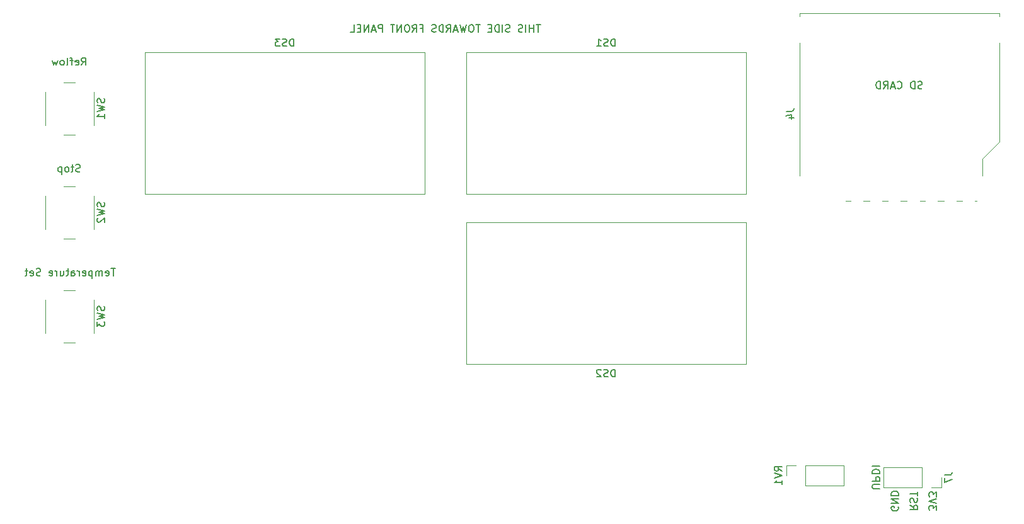
<source format=gbr>
%TF.GenerationSoftware,KiCad,Pcbnew,(5.1.9)-1*%
%TF.CreationDate,2021-09-19T13:18:54-04:00*%
%TF.ProjectId,Control Board,436f6e74-726f-46c2-9042-6f6172642e6b,rev?*%
%TF.SameCoordinates,Original*%
%TF.FileFunction,Legend,Bot*%
%TF.FilePolarity,Positive*%
%FSLAX46Y46*%
G04 Gerber Fmt 4.6, Leading zero omitted, Abs format (unit mm)*
G04 Created by KiCad (PCBNEW (5.1.9)-1) date 2021-09-19 13:18:54*
%MOMM*%
%LPD*%
G01*
G04 APERTURE LIST*
%ADD10C,0.150000*%
%ADD11C,0.120000*%
G04 APERTURE END LIST*
D10*
X81382428Y-80478380D02*
X80811000Y-80478380D01*
X81096714Y-81478380D02*
X81096714Y-80478380D01*
X80096714Y-81430761D02*
X80191952Y-81478380D01*
X80382428Y-81478380D01*
X80477666Y-81430761D01*
X80525285Y-81335523D01*
X80525285Y-80954571D01*
X80477666Y-80859333D01*
X80382428Y-80811714D01*
X80191952Y-80811714D01*
X80096714Y-80859333D01*
X80049095Y-80954571D01*
X80049095Y-81049809D01*
X80525285Y-81145047D01*
X79620523Y-81478380D02*
X79620523Y-80811714D01*
X79620523Y-80906952D02*
X79572904Y-80859333D01*
X79477666Y-80811714D01*
X79334809Y-80811714D01*
X79239571Y-80859333D01*
X79191952Y-80954571D01*
X79191952Y-81478380D01*
X79191952Y-80954571D02*
X79144333Y-80859333D01*
X79049095Y-80811714D01*
X78906238Y-80811714D01*
X78811000Y-80859333D01*
X78763380Y-80954571D01*
X78763380Y-81478380D01*
X78287190Y-80811714D02*
X78287190Y-81811714D01*
X78287190Y-80859333D02*
X78191952Y-80811714D01*
X78001476Y-80811714D01*
X77906238Y-80859333D01*
X77858619Y-80906952D01*
X77811000Y-81002190D01*
X77811000Y-81287904D01*
X77858619Y-81383142D01*
X77906238Y-81430761D01*
X78001476Y-81478380D01*
X78191952Y-81478380D01*
X78287190Y-81430761D01*
X77001476Y-81430761D02*
X77096714Y-81478380D01*
X77287190Y-81478380D01*
X77382428Y-81430761D01*
X77430047Y-81335523D01*
X77430047Y-80954571D01*
X77382428Y-80859333D01*
X77287190Y-80811714D01*
X77096714Y-80811714D01*
X77001476Y-80859333D01*
X76953857Y-80954571D01*
X76953857Y-81049809D01*
X77430047Y-81145047D01*
X76525285Y-81478380D02*
X76525285Y-80811714D01*
X76525285Y-81002190D02*
X76477666Y-80906952D01*
X76430047Y-80859333D01*
X76334809Y-80811714D01*
X76239571Y-80811714D01*
X75477666Y-81478380D02*
X75477666Y-80954571D01*
X75525285Y-80859333D01*
X75620523Y-80811714D01*
X75811000Y-80811714D01*
X75906238Y-80859333D01*
X75477666Y-81430761D02*
X75572904Y-81478380D01*
X75811000Y-81478380D01*
X75906238Y-81430761D01*
X75953857Y-81335523D01*
X75953857Y-81240285D01*
X75906238Y-81145047D01*
X75811000Y-81097428D01*
X75572904Y-81097428D01*
X75477666Y-81049809D01*
X75144333Y-80811714D02*
X74763380Y-80811714D01*
X75001476Y-80478380D02*
X75001476Y-81335523D01*
X74953857Y-81430761D01*
X74858619Y-81478380D01*
X74763380Y-81478380D01*
X74001476Y-80811714D02*
X74001476Y-81478380D01*
X74430047Y-80811714D02*
X74430047Y-81335523D01*
X74382428Y-81430761D01*
X74287190Y-81478380D01*
X74144333Y-81478380D01*
X74049095Y-81430761D01*
X74001476Y-81383142D01*
X73525285Y-81478380D02*
X73525285Y-80811714D01*
X73525285Y-81002190D02*
X73477666Y-80906952D01*
X73430047Y-80859333D01*
X73334809Y-80811714D01*
X73239571Y-80811714D01*
X72525285Y-81430761D02*
X72620523Y-81478380D01*
X72811000Y-81478380D01*
X72906238Y-81430761D01*
X72953857Y-81335523D01*
X72953857Y-80954571D01*
X72906238Y-80859333D01*
X72811000Y-80811714D01*
X72620523Y-80811714D01*
X72525285Y-80859333D01*
X72477666Y-80954571D01*
X72477666Y-81049809D01*
X72953857Y-81145047D01*
X71334809Y-81430761D02*
X71191952Y-81478380D01*
X70953857Y-81478380D01*
X70858619Y-81430761D01*
X70811000Y-81383142D01*
X70763380Y-81287904D01*
X70763380Y-81192666D01*
X70811000Y-81097428D01*
X70858619Y-81049809D01*
X70953857Y-81002190D01*
X71144333Y-80954571D01*
X71239571Y-80906952D01*
X71287190Y-80859333D01*
X71334809Y-80764095D01*
X71334809Y-80668857D01*
X71287190Y-80573619D01*
X71239571Y-80526000D01*
X71144333Y-80478380D01*
X70906238Y-80478380D01*
X70763380Y-80526000D01*
X69953857Y-81430761D02*
X70049095Y-81478380D01*
X70239571Y-81478380D01*
X70334809Y-81430761D01*
X70382428Y-81335523D01*
X70382428Y-80954571D01*
X70334809Y-80859333D01*
X70239571Y-80811714D01*
X70049095Y-80811714D01*
X69953857Y-80859333D01*
X69906238Y-80954571D01*
X69906238Y-81049809D01*
X70382428Y-81145047D01*
X69620523Y-80811714D02*
X69239571Y-80811714D01*
X69477666Y-80478380D02*
X69477666Y-81335523D01*
X69430047Y-81430761D01*
X69334809Y-81478380D01*
X69239571Y-81478380D01*
X76660190Y-67460761D02*
X76517333Y-67508380D01*
X76279238Y-67508380D01*
X76184000Y-67460761D01*
X76136380Y-67413142D01*
X76088761Y-67317904D01*
X76088761Y-67222666D01*
X76136380Y-67127428D01*
X76184000Y-67079809D01*
X76279238Y-67032190D01*
X76469714Y-66984571D01*
X76564952Y-66936952D01*
X76612571Y-66889333D01*
X76660190Y-66794095D01*
X76660190Y-66698857D01*
X76612571Y-66603619D01*
X76564952Y-66556000D01*
X76469714Y-66508380D01*
X76231619Y-66508380D01*
X76088761Y-66556000D01*
X75803047Y-66841714D02*
X75422095Y-66841714D01*
X75660190Y-66508380D02*
X75660190Y-67365523D01*
X75612571Y-67460761D01*
X75517333Y-67508380D01*
X75422095Y-67508380D01*
X74945904Y-67508380D02*
X75041142Y-67460761D01*
X75088761Y-67413142D01*
X75136380Y-67317904D01*
X75136380Y-67032190D01*
X75088761Y-66936952D01*
X75041142Y-66889333D01*
X74945904Y-66841714D01*
X74803047Y-66841714D01*
X74707809Y-66889333D01*
X74660190Y-66936952D01*
X74612571Y-67032190D01*
X74612571Y-67317904D01*
X74660190Y-67413142D01*
X74707809Y-67460761D01*
X74803047Y-67508380D01*
X74945904Y-67508380D01*
X74184000Y-66841714D02*
X74184000Y-67841714D01*
X74184000Y-66889333D02*
X74088761Y-66841714D01*
X73898285Y-66841714D01*
X73803047Y-66889333D01*
X73755428Y-66936952D01*
X73707809Y-67032190D01*
X73707809Y-67317904D01*
X73755428Y-67413142D01*
X73803047Y-67460761D01*
X73898285Y-67508380D01*
X74088761Y-67508380D01*
X74184000Y-67460761D01*
X76826857Y-53157380D02*
X77160190Y-52681190D01*
X77398285Y-53157380D02*
X77398285Y-52157380D01*
X77017333Y-52157380D01*
X76922095Y-52205000D01*
X76874476Y-52252619D01*
X76826857Y-52347857D01*
X76826857Y-52490714D01*
X76874476Y-52585952D01*
X76922095Y-52633571D01*
X77017333Y-52681190D01*
X77398285Y-52681190D01*
X76017333Y-53109761D02*
X76112571Y-53157380D01*
X76303047Y-53157380D01*
X76398285Y-53109761D01*
X76445904Y-53014523D01*
X76445904Y-52633571D01*
X76398285Y-52538333D01*
X76303047Y-52490714D01*
X76112571Y-52490714D01*
X76017333Y-52538333D01*
X75969714Y-52633571D01*
X75969714Y-52728809D01*
X76445904Y-52824047D01*
X75684000Y-52490714D02*
X75303047Y-52490714D01*
X75541142Y-53157380D02*
X75541142Y-52300238D01*
X75493523Y-52205000D01*
X75398285Y-52157380D01*
X75303047Y-52157380D01*
X74826857Y-53157380D02*
X74922095Y-53109761D01*
X74969714Y-53014523D01*
X74969714Y-52157380D01*
X74303047Y-53157380D02*
X74398285Y-53109761D01*
X74445904Y-53062142D01*
X74493523Y-52966904D01*
X74493523Y-52681190D01*
X74445904Y-52585952D01*
X74398285Y-52538333D01*
X74303047Y-52490714D01*
X74160190Y-52490714D01*
X74064952Y-52538333D01*
X74017333Y-52585952D01*
X73969714Y-52681190D01*
X73969714Y-52966904D01*
X74017333Y-53062142D01*
X74064952Y-53109761D01*
X74160190Y-53157380D01*
X74303047Y-53157380D01*
X73636380Y-52490714D02*
X73445904Y-53157380D01*
X73255428Y-52681190D01*
X73064952Y-53157380D01*
X72874476Y-52490714D01*
X138491904Y-47712380D02*
X137920476Y-47712380D01*
X138206190Y-48712380D02*
X138206190Y-47712380D01*
X137587142Y-48712380D02*
X137587142Y-47712380D01*
X137587142Y-48188571D02*
X137015714Y-48188571D01*
X137015714Y-48712380D02*
X137015714Y-47712380D01*
X136539523Y-48712380D02*
X136539523Y-47712380D01*
X136110952Y-48664761D02*
X135968095Y-48712380D01*
X135730000Y-48712380D01*
X135634761Y-48664761D01*
X135587142Y-48617142D01*
X135539523Y-48521904D01*
X135539523Y-48426666D01*
X135587142Y-48331428D01*
X135634761Y-48283809D01*
X135730000Y-48236190D01*
X135920476Y-48188571D01*
X136015714Y-48140952D01*
X136063333Y-48093333D01*
X136110952Y-47998095D01*
X136110952Y-47902857D01*
X136063333Y-47807619D01*
X136015714Y-47760000D01*
X135920476Y-47712380D01*
X135682380Y-47712380D01*
X135539523Y-47760000D01*
X134396666Y-48664761D02*
X134253809Y-48712380D01*
X134015714Y-48712380D01*
X133920476Y-48664761D01*
X133872857Y-48617142D01*
X133825238Y-48521904D01*
X133825238Y-48426666D01*
X133872857Y-48331428D01*
X133920476Y-48283809D01*
X134015714Y-48236190D01*
X134206190Y-48188571D01*
X134301428Y-48140952D01*
X134349047Y-48093333D01*
X134396666Y-47998095D01*
X134396666Y-47902857D01*
X134349047Y-47807619D01*
X134301428Y-47760000D01*
X134206190Y-47712380D01*
X133968095Y-47712380D01*
X133825238Y-47760000D01*
X133396666Y-48712380D02*
X133396666Y-47712380D01*
X132920476Y-48712380D02*
X132920476Y-47712380D01*
X132682380Y-47712380D01*
X132539523Y-47760000D01*
X132444285Y-47855238D01*
X132396666Y-47950476D01*
X132349047Y-48140952D01*
X132349047Y-48283809D01*
X132396666Y-48474285D01*
X132444285Y-48569523D01*
X132539523Y-48664761D01*
X132682380Y-48712380D01*
X132920476Y-48712380D01*
X131920476Y-48188571D02*
X131587142Y-48188571D01*
X131444285Y-48712380D02*
X131920476Y-48712380D01*
X131920476Y-47712380D01*
X131444285Y-47712380D01*
X130396666Y-47712380D02*
X129825238Y-47712380D01*
X130110952Y-48712380D02*
X130110952Y-47712380D01*
X129301428Y-47712380D02*
X129110952Y-47712380D01*
X129015714Y-47760000D01*
X128920476Y-47855238D01*
X128872857Y-48045714D01*
X128872857Y-48379047D01*
X128920476Y-48569523D01*
X129015714Y-48664761D01*
X129110952Y-48712380D01*
X129301428Y-48712380D01*
X129396666Y-48664761D01*
X129491904Y-48569523D01*
X129539523Y-48379047D01*
X129539523Y-48045714D01*
X129491904Y-47855238D01*
X129396666Y-47760000D01*
X129301428Y-47712380D01*
X128539523Y-47712380D02*
X128301428Y-48712380D01*
X128110952Y-47998095D01*
X127920476Y-48712380D01*
X127682380Y-47712380D01*
X127349047Y-48426666D02*
X126872857Y-48426666D01*
X127444285Y-48712380D02*
X127110952Y-47712380D01*
X126777619Y-48712380D01*
X125872857Y-48712380D02*
X126206190Y-48236190D01*
X126444285Y-48712380D02*
X126444285Y-47712380D01*
X126063333Y-47712380D01*
X125968095Y-47760000D01*
X125920476Y-47807619D01*
X125872857Y-47902857D01*
X125872857Y-48045714D01*
X125920476Y-48140952D01*
X125968095Y-48188571D01*
X126063333Y-48236190D01*
X126444285Y-48236190D01*
X125444285Y-48712380D02*
X125444285Y-47712380D01*
X125206190Y-47712380D01*
X125063333Y-47760000D01*
X124968095Y-47855238D01*
X124920476Y-47950476D01*
X124872857Y-48140952D01*
X124872857Y-48283809D01*
X124920476Y-48474285D01*
X124968095Y-48569523D01*
X125063333Y-48664761D01*
X125206190Y-48712380D01*
X125444285Y-48712380D01*
X124491904Y-48664761D02*
X124349047Y-48712380D01*
X124110952Y-48712380D01*
X124015714Y-48664761D01*
X123968095Y-48617142D01*
X123920476Y-48521904D01*
X123920476Y-48426666D01*
X123968095Y-48331428D01*
X124015714Y-48283809D01*
X124110952Y-48236190D01*
X124301428Y-48188571D01*
X124396666Y-48140952D01*
X124444285Y-48093333D01*
X124491904Y-47998095D01*
X124491904Y-47902857D01*
X124444285Y-47807619D01*
X124396666Y-47760000D01*
X124301428Y-47712380D01*
X124063333Y-47712380D01*
X123920476Y-47760000D01*
X122396666Y-48188571D02*
X122730000Y-48188571D01*
X122730000Y-48712380D02*
X122730000Y-47712380D01*
X122253809Y-47712380D01*
X121301428Y-48712380D02*
X121634761Y-48236190D01*
X121872857Y-48712380D02*
X121872857Y-47712380D01*
X121491904Y-47712380D01*
X121396666Y-47760000D01*
X121349047Y-47807619D01*
X121301428Y-47902857D01*
X121301428Y-48045714D01*
X121349047Y-48140952D01*
X121396666Y-48188571D01*
X121491904Y-48236190D01*
X121872857Y-48236190D01*
X120682380Y-47712380D02*
X120491904Y-47712380D01*
X120396666Y-47760000D01*
X120301428Y-47855238D01*
X120253809Y-48045714D01*
X120253809Y-48379047D01*
X120301428Y-48569523D01*
X120396666Y-48664761D01*
X120491904Y-48712380D01*
X120682380Y-48712380D01*
X120777619Y-48664761D01*
X120872857Y-48569523D01*
X120920476Y-48379047D01*
X120920476Y-48045714D01*
X120872857Y-47855238D01*
X120777619Y-47760000D01*
X120682380Y-47712380D01*
X119825238Y-48712380D02*
X119825238Y-47712380D01*
X119253809Y-48712380D01*
X119253809Y-47712380D01*
X118920476Y-47712380D02*
X118349047Y-47712380D01*
X118634761Y-48712380D02*
X118634761Y-47712380D01*
X117253809Y-48712380D02*
X117253809Y-47712380D01*
X116872857Y-47712380D01*
X116777619Y-47760000D01*
X116730000Y-47807619D01*
X116682380Y-47902857D01*
X116682380Y-48045714D01*
X116730000Y-48140952D01*
X116777619Y-48188571D01*
X116872857Y-48236190D01*
X117253809Y-48236190D01*
X116301428Y-48426666D02*
X115825238Y-48426666D01*
X116396666Y-48712380D02*
X116063333Y-47712380D01*
X115730000Y-48712380D01*
X115396666Y-48712380D02*
X115396666Y-47712380D01*
X114825238Y-48712380D01*
X114825238Y-47712380D01*
X114349047Y-48188571D02*
X114015714Y-48188571D01*
X113872857Y-48712380D02*
X114349047Y-48712380D01*
X114349047Y-47712380D01*
X113872857Y-47712380D01*
X112968095Y-48712380D02*
X113444285Y-48712380D01*
X113444285Y-47712380D01*
X191682619Y-112998095D02*
X191682619Y-112379047D01*
X191301666Y-112712380D01*
X191301666Y-112569523D01*
X191254047Y-112474285D01*
X191206428Y-112426666D01*
X191111190Y-112379047D01*
X190873095Y-112379047D01*
X190777857Y-112426666D01*
X190730238Y-112474285D01*
X190682619Y-112569523D01*
X190682619Y-112855238D01*
X190730238Y-112950476D01*
X190777857Y-112998095D01*
X191682619Y-112093333D02*
X190682619Y-111760000D01*
X191682619Y-111426666D01*
X191682619Y-111188571D02*
X191682619Y-110569523D01*
X191301666Y-110902857D01*
X191301666Y-110760000D01*
X191254047Y-110664761D01*
X191206428Y-110617142D01*
X191111190Y-110569523D01*
X190873095Y-110569523D01*
X190777857Y-110617142D01*
X190730238Y-110664761D01*
X190682619Y-110760000D01*
X190682619Y-111045714D01*
X190730238Y-111140952D01*
X190777857Y-111188571D01*
X188142619Y-112307619D02*
X188618809Y-112640952D01*
X188142619Y-112879047D02*
X189142619Y-112879047D01*
X189142619Y-112498095D01*
X189095000Y-112402857D01*
X189047380Y-112355238D01*
X188952142Y-112307619D01*
X188809285Y-112307619D01*
X188714047Y-112355238D01*
X188666428Y-112402857D01*
X188618809Y-112498095D01*
X188618809Y-112879047D01*
X188190238Y-111926666D02*
X188142619Y-111783809D01*
X188142619Y-111545714D01*
X188190238Y-111450476D01*
X188237857Y-111402857D01*
X188333095Y-111355238D01*
X188428333Y-111355238D01*
X188523571Y-111402857D01*
X188571190Y-111450476D01*
X188618809Y-111545714D01*
X188666428Y-111736190D01*
X188714047Y-111831428D01*
X188761666Y-111879047D01*
X188856904Y-111926666D01*
X188952142Y-111926666D01*
X189047380Y-111879047D01*
X189095000Y-111831428D01*
X189142619Y-111736190D01*
X189142619Y-111498095D01*
X189095000Y-111355238D01*
X189142619Y-111069523D02*
X189142619Y-110498095D01*
X188142619Y-110783809D02*
X189142619Y-110783809D01*
X186555000Y-112521904D02*
X186602619Y-112617142D01*
X186602619Y-112760000D01*
X186555000Y-112902857D01*
X186459761Y-112998095D01*
X186364523Y-113045714D01*
X186174047Y-113093333D01*
X186031190Y-113093333D01*
X185840714Y-113045714D01*
X185745476Y-112998095D01*
X185650238Y-112902857D01*
X185602619Y-112760000D01*
X185602619Y-112664761D01*
X185650238Y-112521904D01*
X185697857Y-112474285D01*
X186031190Y-112474285D01*
X186031190Y-112664761D01*
X185602619Y-112045714D02*
X186602619Y-112045714D01*
X185602619Y-111474285D01*
X186602619Y-111474285D01*
X185602619Y-110998095D02*
X186602619Y-110998095D01*
X186602619Y-110760000D01*
X186555000Y-110617142D01*
X186459761Y-110521904D01*
X186364523Y-110474285D01*
X186174047Y-110426666D01*
X186031190Y-110426666D01*
X185840714Y-110474285D01*
X185745476Y-110521904D01*
X185650238Y-110617142D01*
X185602619Y-110760000D01*
X185602619Y-110998095D01*
X184062619Y-110108809D02*
X183253095Y-110108809D01*
X183157857Y-110061190D01*
X183110238Y-110013571D01*
X183062619Y-109918333D01*
X183062619Y-109727857D01*
X183110238Y-109632619D01*
X183157857Y-109585000D01*
X183253095Y-109537380D01*
X184062619Y-109537380D01*
X183062619Y-109061190D02*
X184062619Y-109061190D01*
X184062619Y-108680238D01*
X184015000Y-108585000D01*
X183967380Y-108537380D01*
X183872142Y-108489761D01*
X183729285Y-108489761D01*
X183634047Y-108537380D01*
X183586428Y-108585000D01*
X183538809Y-108680238D01*
X183538809Y-109061190D01*
X183062619Y-108061190D02*
X184062619Y-108061190D01*
X184062619Y-107823095D01*
X184015000Y-107680238D01*
X183919761Y-107585000D01*
X183824523Y-107537380D01*
X183634047Y-107489761D01*
X183491190Y-107489761D01*
X183300714Y-107537380D01*
X183205476Y-107585000D01*
X183110238Y-107680238D01*
X183062619Y-107823095D01*
X183062619Y-108061190D01*
X183062619Y-107061190D02*
X184062619Y-107061190D01*
X189785238Y-56284761D02*
X189642380Y-56332380D01*
X189404285Y-56332380D01*
X189309047Y-56284761D01*
X189261428Y-56237142D01*
X189213809Y-56141904D01*
X189213809Y-56046666D01*
X189261428Y-55951428D01*
X189309047Y-55903809D01*
X189404285Y-55856190D01*
X189594761Y-55808571D01*
X189690000Y-55760952D01*
X189737619Y-55713333D01*
X189785238Y-55618095D01*
X189785238Y-55522857D01*
X189737619Y-55427619D01*
X189690000Y-55380000D01*
X189594761Y-55332380D01*
X189356666Y-55332380D01*
X189213809Y-55380000D01*
X188785238Y-56332380D02*
X188785238Y-55332380D01*
X188547142Y-55332380D01*
X188404285Y-55380000D01*
X188309047Y-55475238D01*
X188261428Y-55570476D01*
X188213809Y-55760952D01*
X188213809Y-55903809D01*
X188261428Y-56094285D01*
X188309047Y-56189523D01*
X188404285Y-56284761D01*
X188547142Y-56332380D01*
X188785238Y-56332380D01*
X186451904Y-56237142D02*
X186499523Y-56284761D01*
X186642380Y-56332380D01*
X186737619Y-56332380D01*
X186880476Y-56284761D01*
X186975714Y-56189523D01*
X187023333Y-56094285D01*
X187070952Y-55903809D01*
X187070952Y-55760952D01*
X187023333Y-55570476D01*
X186975714Y-55475238D01*
X186880476Y-55380000D01*
X186737619Y-55332380D01*
X186642380Y-55332380D01*
X186499523Y-55380000D01*
X186451904Y-55427619D01*
X186070952Y-56046666D02*
X185594761Y-56046666D01*
X186166190Y-56332380D02*
X185832857Y-55332380D01*
X185499523Y-56332380D01*
X184594761Y-56332380D02*
X184928095Y-55856190D01*
X185166190Y-56332380D02*
X185166190Y-55332380D01*
X184785238Y-55332380D01*
X184690000Y-55380000D01*
X184642380Y-55427619D01*
X184594761Y-55522857D01*
X184594761Y-55665714D01*
X184642380Y-55760952D01*
X184690000Y-55808571D01*
X184785238Y-55856190D01*
X185166190Y-55856190D01*
X184166190Y-56332380D02*
X184166190Y-55332380D01*
X183928095Y-55332380D01*
X183785238Y-55380000D01*
X183690000Y-55475238D01*
X183642380Y-55570476D01*
X183594761Y-55760952D01*
X183594761Y-55903809D01*
X183642380Y-56094285D01*
X183690000Y-56189523D01*
X183785238Y-56284761D01*
X183928095Y-56332380D01*
X184166190Y-56332380D01*
D11*
%TO.C,SW2*%
X71970000Y-75200000D02*
X71970000Y-70700000D01*
X75970000Y-76450000D02*
X74470000Y-76450000D01*
X78470000Y-70700000D02*
X78470000Y-75200000D01*
X74470000Y-69450000D02*
X75970000Y-69450000D01*
%TO.C,DS3*%
X85340000Y-70460000D02*
X122940000Y-70460000D01*
X122940000Y-70460000D02*
X122940000Y-51460000D01*
X122940000Y-51460000D02*
X85340000Y-51460000D01*
X85340000Y-51460000D02*
X85340000Y-70460000D01*
%TO.C,SW3*%
X71970000Y-89170000D02*
X71970000Y-84670000D01*
X75970000Y-90420000D02*
X74470000Y-90420000D01*
X78470000Y-84670000D02*
X78470000Y-89170000D01*
X74470000Y-83420000D02*
X75970000Y-83420000D01*
%TO.C,SW1*%
X71970000Y-61230000D02*
X71970000Y-56730000D01*
X75970000Y-62480000D02*
X74470000Y-62480000D01*
X78470000Y-56730000D02*
X78470000Y-61230000D01*
X74470000Y-55480000D02*
X75970000Y-55480000D01*
%TO.C,RV1*%
X179257000Y-107001000D02*
X179257000Y-109661000D01*
X174117000Y-107001000D02*
X179257000Y-107001000D01*
X174117000Y-109661000D02*
X179257000Y-109661000D01*
X174117000Y-107001000D02*
X174117000Y-109661000D01*
X172847000Y-107001000D02*
X171517000Y-107001000D01*
X171517000Y-107001000D02*
X171517000Y-108331000D01*
%TO.C,J7*%
X184598000Y-109915000D02*
X184598000Y-107255000D01*
X189738000Y-109915000D02*
X184598000Y-109915000D01*
X189738000Y-107255000D02*
X184598000Y-107255000D01*
X189738000Y-109915000D02*
X189738000Y-107255000D01*
X191008000Y-109915000D02*
X192338000Y-109915000D01*
X192338000Y-109915000D02*
X192338000Y-108585000D01*
%TO.C,J4*%
X200160000Y-46145000D02*
X200160000Y-46565000D01*
X173320000Y-46145000D02*
X200160000Y-46145000D01*
X173320000Y-46565000D02*
X173320000Y-46145000D01*
X173320000Y-68065000D02*
X173320000Y-50165000D01*
X200160000Y-63465000D02*
X200160000Y-50165000D01*
X197860000Y-65765000D02*
X200160000Y-63465000D01*
X197860000Y-68065000D02*
X197860000Y-65765000D01*
X179490000Y-71385000D02*
X180190000Y-71385000D01*
X181890000Y-71385000D02*
X182690000Y-71385000D01*
X184390000Y-71385000D02*
X185190000Y-71385000D01*
X196890000Y-71385000D02*
X197090000Y-71385000D01*
X186890000Y-71385000D02*
X187690000Y-71385000D01*
X189490000Y-71385000D02*
X190190000Y-71385000D01*
X191890000Y-71385000D02*
X192690000Y-71385000D01*
X194390000Y-71385000D02*
X195190000Y-71385000D01*
%TO.C,DS2*%
X128520000Y-93320000D02*
X166120000Y-93320000D01*
X166120000Y-93320000D02*
X166120000Y-74320000D01*
X166120000Y-74320000D02*
X128520000Y-74320000D01*
X128520000Y-74320000D02*
X128520000Y-93320000D01*
%TO.C,DS1*%
X128520000Y-70460000D02*
X166120000Y-70460000D01*
X166120000Y-70460000D02*
X166120000Y-51460000D01*
X166120000Y-51460000D02*
X128520000Y-51460000D01*
X128520000Y-51460000D02*
X128520000Y-70460000D01*
%TO.C,SW2*%
D10*
X79874761Y-71616666D02*
X79922380Y-71759523D01*
X79922380Y-71997619D01*
X79874761Y-72092857D01*
X79827142Y-72140476D01*
X79731904Y-72188095D01*
X79636666Y-72188095D01*
X79541428Y-72140476D01*
X79493809Y-72092857D01*
X79446190Y-71997619D01*
X79398571Y-71807142D01*
X79350952Y-71711904D01*
X79303333Y-71664285D01*
X79208095Y-71616666D01*
X79112857Y-71616666D01*
X79017619Y-71664285D01*
X78970000Y-71711904D01*
X78922380Y-71807142D01*
X78922380Y-72045238D01*
X78970000Y-72188095D01*
X78922380Y-72521428D02*
X79922380Y-72759523D01*
X79208095Y-72950000D01*
X79922380Y-73140476D01*
X78922380Y-73378571D01*
X79017619Y-73711904D02*
X78970000Y-73759523D01*
X78922380Y-73854761D01*
X78922380Y-74092857D01*
X78970000Y-74188095D01*
X79017619Y-74235714D01*
X79112857Y-74283333D01*
X79208095Y-74283333D01*
X79350952Y-74235714D01*
X79922380Y-73664285D01*
X79922380Y-74283333D01*
%TO.C,DS3*%
X105354285Y-50617380D02*
X105354285Y-49617380D01*
X105116190Y-49617380D01*
X104973333Y-49665000D01*
X104878095Y-49760238D01*
X104830476Y-49855476D01*
X104782857Y-50045952D01*
X104782857Y-50188809D01*
X104830476Y-50379285D01*
X104878095Y-50474523D01*
X104973333Y-50569761D01*
X105116190Y-50617380D01*
X105354285Y-50617380D01*
X104401904Y-50569761D02*
X104259047Y-50617380D01*
X104020952Y-50617380D01*
X103925714Y-50569761D01*
X103878095Y-50522142D01*
X103830476Y-50426904D01*
X103830476Y-50331666D01*
X103878095Y-50236428D01*
X103925714Y-50188809D01*
X104020952Y-50141190D01*
X104211428Y-50093571D01*
X104306666Y-50045952D01*
X104354285Y-49998333D01*
X104401904Y-49903095D01*
X104401904Y-49807857D01*
X104354285Y-49712619D01*
X104306666Y-49665000D01*
X104211428Y-49617380D01*
X103973333Y-49617380D01*
X103830476Y-49665000D01*
X103497142Y-49617380D02*
X102878095Y-49617380D01*
X103211428Y-49998333D01*
X103068571Y-49998333D01*
X102973333Y-50045952D01*
X102925714Y-50093571D01*
X102878095Y-50188809D01*
X102878095Y-50426904D01*
X102925714Y-50522142D01*
X102973333Y-50569761D01*
X103068571Y-50617380D01*
X103354285Y-50617380D01*
X103449523Y-50569761D01*
X103497142Y-50522142D01*
%TO.C,SW3*%
X79874761Y-85586666D02*
X79922380Y-85729523D01*
X79922380Y-85967619D01*
X79874761Y-86062857D01*
X79827142Y-86110476D01*
X79731904Y-86158095D01*
X79636666Y-86158095D01*
X79541428Y-86110476D01*
X79493809Y-86062857D01*
X79446190Y-85967619D01*
X79398571Y-85777142D01*
X79350952Y-85681904D01*
X79303333Y-85634285D01*
X79208095Y-85586666D01*
X79112857Y-85586666D01*
X79017619Y-85634285D01*
X78970000Y-85681904D01*
X78922380Y-85777142D01*
X78922380Y-86015238D01*
X78970000Y-86158095D01*
X78922380Y-86491428D02*
X79922380Y-86729523D01*
X79208095Y-86920000D01*
X79922380Y-87110476D01*
X78922380Y-87348571D01*
X78922380Y-87634285D02*
X78922380Y-88253333D01*
X79303333Y-87920000D01*
X79303333Y-88062857D01*
X79350952Y-88158095D01*
X79398571Y-88205714D01*
X79493809Y-88253333D01*
X79731904Y-88253333D01*
X79827142Y-88205714D01*
X79874761Y-88158095D01*
X79922380Y-88062857D01*
X79922380Y-87777142D01*
X79874761Y-87681904D01*
X79827142Y-87634285D01*
%TO.C,SW1*%
X79874761Y-57646666D02*
X79922380Y-57789523D01*
X79922380Y-58027619D01*
X79874761Y-58122857D01*
X79827142Y-58170476D01*
X79731904Y-58218095D01*
X79636666Y-58218095D01*
X79541428Y-58170476D01*
X79493809Y-58122857D01*
X79446190Y-58027619D01*
X79398571Y-57837142D01*
X79350952Y-57741904D01*
X79303333Y-57694285D01*
X79208095Y-57646666D01*
X79112857Y-57646666D01*
X79017619Y-57694285D01*
X78970000Y-57741904D01*
X78922380Y-57837142D01*
X78922380Y-58075238D01*
X78970000Y-58218095D01*
X78922380Y-58551428D02*
X79922380Y-58789523D01*
X79208095Y-58980000D01*
X79922380Y-59170476D01*
X78922380Y-59408571D01*
X79922380Y-60313333D02*
X79922380Y-59741904D01*
X79922380Y-60027619D02*
X78922380Y-60027619D01*
X79065238Y-59932380D01*
X79160476Y-59837142D01*
X79208095Y-59741904D01*
%TO.C,RV1*%
X170969380Y-107735761D02*
X170493190Y-107402428D01*
X170969380Y-107164333D02*
X169969380Y-107164333D01*
X169969380Y-107545285D01*
X170017000Y-107640523D01*
X170064619Y-107688142D01*
X170159857Y-107735761D01*
X170302714Y-107735761D01*
X170397952Y-107688142D01*
X170445571Y-107640523D01*
X170493190Y-107545285D01*
X170493190Y-107164333D01*
X169969380Y-108021476D02*
X170969380Y-108354809D01*
X169969380Y-108688142D01*
X170969380Y-109545285D02*
X170969380Y-108973857D01*
X170969380Y-109259571D02*
X169969380Y-109259571D01*
X170112238Y-109164333D01*
X170207476Y-109069095D01*
X170255095Y-108973857D01*
%TO.C,J7*%
X192790380Y-108251666D02*
X193504666Y-108251666D01*
X193647523Y-108204047D01*
X193742761Y-108108809D01*
X193790380Y-107965952D01*
X193790380Y-107870714D01*
X192790380Y-108632619D02*
X192790380Y-109299285D01*
X193790380Y-108870714D01*
%TO.C,J4*%
X171537380Y-59356666D02*
X172251666Y-59356666D01*
X172394523Y-59309047D01*
X172489761Y-59213809D01*
X172537380Y-59070952D01*
X172537380Y-58975714D01*
X171870714Y-60261428D02*
X172537380Y-60261428D01*
X171489761Y-60023333D02*
X172204047Y-59785238D01*
X172204047Y-60404285D01*
%TO.C,DS2*%
X148534285Y-95067380D02*
X148534285Y-94067380D01*
X148296190Y-94067380D01*
X148153333Y-94115000D01*
X148058095Y-94210238D01*
X148010476Y-94305476D01*
X147962857Y-94495952D01*
X147962857Y-94638809D01*
X148010476Y-94829285D01*
X148058095Y-94924523D01*
X148153333Y-95019761D01*
X148296190Y-95067380D01*
X148534285Y-95067380D01*
X147581904Y-95019761D02*
X147439047Y-95067380D01*
X147200952Y-95067380D01*
X147105714Y-95019761D01*
X147058095Y-94972142D01*
X147010476Y-94876904D01*
X147010476Y-94781666D01*
X147058095Y-94686428D01*
X147105714Y-94638809D01*
X147200952Y-94591190D01*
X147391428Y-94543571D01*
X147486666Y-94495952D01*
X147534285Y-94448333D01*
X147581904Y-94353095D01*
X147581904Y-94257857D01*
X147534285Y-94162619D01*
X147486666Y-94115000D01*
X147391428Y-94067380D01*
X147153333Y-94067380D01*
X147010476Y-94115000D01*
X146629523Y-94162619D02*
X146581904Y-94115000D01*
X146486666Y-94067380D01*
X146248571Y-94067380D01*
X146153333Y-94115000D01*
X146105714Y-94162619D01*
X146058095Y-94257857D01*
X146058095Y-94353095D01*
X146105714Y-94495952D01*
X146677142Y-95067380D01*
X146058095Y-95067380D01*
%TO.C,DS1*%
X148534285Y-50617380D02*
X148534285Y-49617380D01*
X148296190Y-49617380D01*
X148153333Y-49665000D01*
X148058095Y-49760238D01*
X148010476Y-49855476D01*
X147962857Y-50045952D01*
X147962857Y-50188809D01*
X148010476Y-50379285D01*
X148058095Y-50474523D01*
X148153333Y-50569761D01*
X148296190Y-50617380D01*
X148534285Y-50617380D01*
X147581904Y-50569761D02*
X147439047Y-50617380D01*
X147200952Y-50617380D01*
X147105714Y-50569761D01*
X147058095Y-50522142D01*
X147010476Y-50426904D01*
X147010476Y-50331666D01*
X147058095Y-50236428D01*
X147105714Y-50188809D01*
X147200952Y-50141190D01*
X147391428Y-50093571D01*
X147486666Y-50045952D01*
X147534285Y-49998333D01*
X147581904Y-49903095D01*
X147581904Y-49807857D01*
X147534285Y-49712619D01*
X147486666Y-49665000D01*
X147391428Y-49617380D01*
X147153333Y-49617380D01*
X147010476Y-49665000D01*
X146058095Y-50617380D02*
X146629523Y-50617380D01*
X146343809Y-50617380D02*
X146343809Y-49617380D01*
X146439047Y-49760238D01*
X146534285Y-49855476D01*
X146629523Y-49903095D01*
%TD*%
M02*

</source>
